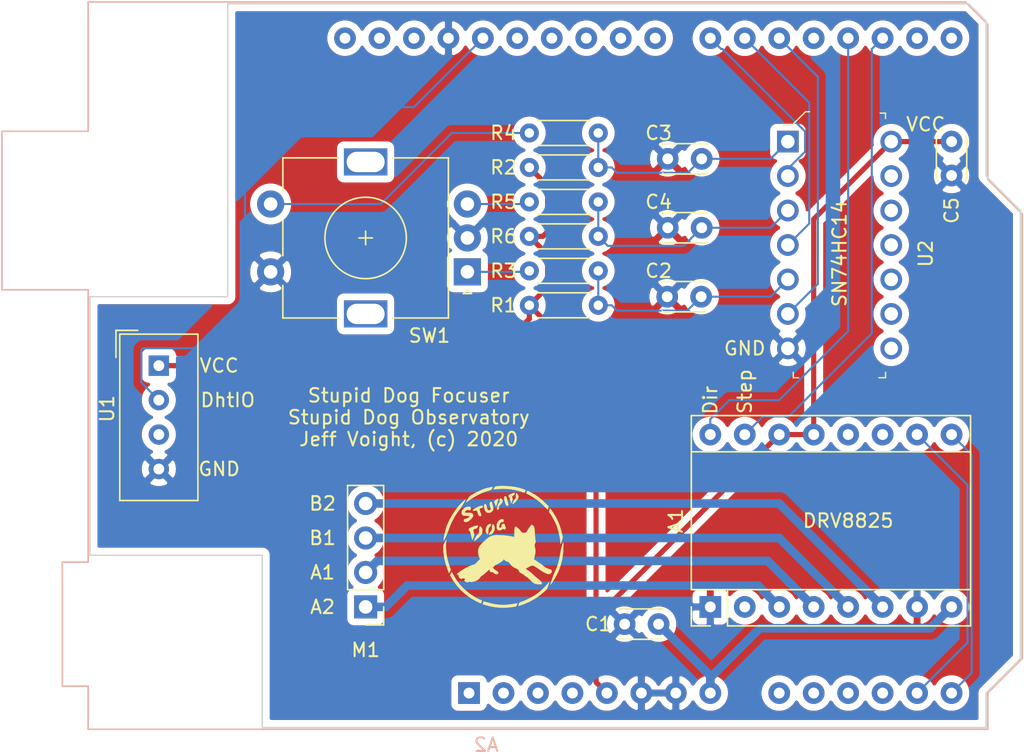
<source format=kicad_pcb>
(kicad_pcb (version 20171130) (host pcbnew "(5.1.5)-3")
  (title_block (title "Stupid Dog Focuser") (date 2020-02-16) (rev 1) (company "Stupid Dog Observatory") (comment 1 "Jeff Voight") (comment 2 "Copyright, 2020"))
  (layers (0 F.Cu signal) (31 B.Cu signal) (34 B.Paste user) (35 F.Paste user) (36 B.SilkS user) (37 F.SilkS user) (38 B.Mask user) (39 F.Mask user) (44 Edge.Cuts user))
  (net 0 "")
  (net 1 GND)
  (net 2 DHT)
  (net 3 VDD)
  (net 4 HalfStep)
  (net 5 SW_A)
  (net 6 ENCB_A)
  (net 7 VCC)
  (net 8 ENCA_A)
  (net 9 ~Enable)
  (net 10 Dir)
  (net 11 Step)
  (net 12 B2)
  (net 13 B1)
  (net 14 A1)
  (net 15 A2)
  (net 16 ENC_A)
  (net 17 SW)
  (net 18 ENC_B)
  (net 19 "Net-(R3-Pad2)")
  (net 20 "Net-(R4-Pad2)")
  (net 21 "Net-(R5-Pad1)")
  (module kicad_logo:Stupid_dog_logo_small (layer F.Cu) (at 125.73 97.155)
    (fp_text reference G*** hide)
    (fp_text value LOGO hide)
  )
  (module Module:Arduino_UNO_R3 (layer B.Cu) (at 123.19 107.95)
    (fp_text reference A2 (at 1.27 3.81 -180) (layer B.SilkS) (effects (justify mirror)))
    (fp_text value Arduino_UNO_R3)
    (pad 16 thru_hole oval (at 33.02 -48.26 270) (size 1.6 1.6) (drill 0.8) (layers *.Cu *.Mask))
    (pad 15 thru_hole oval (at 35.56 -48.26 270) (size 1.6 1.6) (drill 0.8) (layers *.Cu *.Mask))
    (pad 30 thru_hole oval (at -4.06 -48.26 270) (size 1.6 1.6) (drill 0.8) (layers *.Cu *.Mask))
    (pad 14 thru_hole oval (at 35.56 0 270) (size 1.6 1.6) (drill 0.8) (layers *.Cu *.Mask) (net 9 ~Enable))
    (pad 29 thru_hole oval (at -1.52 -48.26 270) (size 1.6 1.6) (drill 0.8) (layers *.Cu *.Mask) (net 1 GND))
    (pad 13 thru_hole oval (at 33.02 0 270) (size 1.6 1.6) (drill 0.8) (layers *.Cu *.Mask) (net 4 HalfStep))
    (pad 28 thru_hole oval (at 1.02 -48.26 270) (size 1.6 1.6) (drill 0.8) (layers *.Cu *.Mask) (net 2 DHT))
    (pad 12 thru_hole oval (at 30.48 0 270) (size 1.6 1.6) (drill 0.8) (layers *.Cu *.Mask))
    (pad 27 thru_hole oval (at 3.56 -48.26 270) (size 1.6 1.6) (drill 0.8) (layers *.Cu *.Mask))
    (pad 11 thru_hole oval (at 27.94 0 270) (size 1.6 1.6) (drill 0.8) (layers *.Cu *.Mask))
    (pad 26 thru_hole oval (at 6.1 -48.26 270) (size 1.6 1.6) (drill 0.8) (layers *.Cu *.Mask))
    (pad 10 thru_hole oval (at 25.4 0 270) (size 1.6 1.6) (drill 0.8) (layers *.Cu *.Mask))
    (pad 25 thru_hole oval (at 8.64 -48.26 270) (size 1.6 1.6) (drill 0.8) (layers *.Cu *.Mask))
    (pad 9 thru_hole oval (at 22.86 0 270) (size 1.6 1.6) (drill 0.8) (layers *.Cu *.Mask))
    (pad 24 thru_hole oval (at 11.18 -48.26 270) (size 1.6 1.6) (drill 0.8) (layers *.Cu *.Mask))
    (pad 8 thru_hole oval (at 17.78 0 270) (size 1.6 1.6) (drill 0.8) (layers *.Cu *.Mask) (net 3 VDD))
    (pad 23 thru_hole oval (at 13.72 -48.26 270) (size 1.6 1.6) (drill 0.8) (layers *.Cu *.Mask))
    (pad 7 thru_hole oval (at 15.24 0 270) (size 1.6 1.6) (drill 0.8) (layers *.Cu *.Mask) (net 1 GND))
    (pad 22 thru_hole oval (at 17.78 -48.26 270) (size 1.6 1.6) (drill 0.8) (layers *.Cu *.Mask) (net 5 SW_A))
    (pad 6 thru_hole oval (at 12.7 0 270) (size 1.6 1.6) (drill 0.8) (layers *.Cu *.Mask) (net 1 GND))
    (pad 21 thru_hole oval (at 20.32 -48.26 270) (size 1.6 1.6) (drill 0.8) (layers *.Cu *.Mask) (net 6 ENCB_A))
    (pad 5 thru_hole oval (at 10.16 0 270) (size 1.6 1.6) (drill 0.8) (layers *.Cu *.Mask) (net 7 VCC))
    (pad 20 thru_hole oval (at 22.86 -48.26 270) (size 1.6 1.6) (drill 0.8) (layers *.Cu *.Mask) (net 8 ENCA_A))
    (pad 4 thru_hole oval (at 7.62 0 270) (size 1.6 1.6) (drill 0.8) (layers *.Cu *.Mask))
    (pad 19 thru_hole oval (at 25.4 -48.26 270) (size 1.6 1.6) (drill 0.8) (layers *.Cu *.Mask))
    (pad 3 thru_hole oval (at 5.08 0 270) (size 1.6 1.6) (drill 0.8) (layers *.Cu *.Mask))
    (pad 18 thru_hole oval (at 27.94 -48.26 270) (size 1.6 1.6) (drill 0.8) (layers *.Cu *.Mask) (net 10 Dir))
    (pad 2 thru_hole oval (at 2.54 0 270) (size 1.6 1.6) (drill 0.8) (layers *.Cu *.Mask))
    (pad 17 thru_hole oval (at 30.48 -48.26 270) (size 1.6 1.6) (drill 0.8) (layers *.Cu *.Mask) (net 11 Step))
    (pad 1 thru_hole rect (at 0 0 270) (size 1.6 1.6) (drill 0.8) (layers *.Cu *.Mask))
    (pad 31 thru_hole oval (at -6.6 -48.26 270) (size 1.6 1.6) (drill 0.8) (layers *.Cu *.Mask))
    (pad 32 thru_hole oval (at -9.14 -48.26 270) (size 1.6 1.6) (drill 0.8) (layers *.Cu *.Mask))
  )
  (module digikey-footprints:DIP-14_W3mm (layer F.Cu) (at 146.685 67.31)
    (fp_text reference U2 (at 10.16 8.255 90) (layer F.SilkS))
    (fp_text value SN74HC14N)
    (pad 14 thru_hole circle (at 7.62 0) (size 1.6 1.6) (drill 1) (layers *.Cu *.Mask) (net 7 VCC))
    (pad 13 thru_hole circle (at 7.62 2.54) (size 1.6 1.6) (drill 1) (layers *.Cu *.Mask))
    (pad 12 thru_hole circle (at 7.62 5.08) (size 1.6 1.6) (drill 1) (layers *.Cu *.Mask))
    (pad 11 thru_hole circle (at 7.62 7.62) (size 1.6 1.6) (drill 1) (layers *.Cu *.Mask))
    (pad 10 thru_hole circle (at 7.62 10.16) (size 1.6 1.6) (drill 1) (layers *.Cu *.Mask))
    (pad 9 thru_hole circle (at 7.62 12.7) (size 1.6 1.6) (drill 1) (layers *.Cu *.Mask))
    (pad 8 thru_hole circle (at 7.62 15.24) (size 1.6 1.6) (drill 1) (layers *.Cu *.Mask))
    (pad 7 thru_hole circle (at 0 15.24) (size 1.6 1.6) (drill 1) (layers *.Cu *.Mask) (net 1 GND))
    (pad 6 thru_hole circle (at 0 12.7) (size 1.6 1.6) (drill 1) (layers *.Cu *.Mask) (net 8 ENCA_A))
    (pad 5 thru_hole circle (at 0 10.16) (size 1.6 1.6) (drill 1) (layers *.Cu *.Mask) (net 16 ENC_A))
    (pad 4 thru_hole circle (at 0 7.62) (size 1.6 1.6) (drill 1) (layers *.Cu *.Mask) (net 6 ENCB_A))
    (pad 3 thru_hole circle (at 0 5.08) (size 1.6 1.6) (drill 1) (layers *.Cu *.Mask) (net 18 ENC_B))
    (pad 2 thru_hole circle (at 0 2.54) (size 1.6 1.6) (drill 1) (layers *.Cu *.Mask) (net 5 SW_A))
    (pad 1 thru_hole rect (at 0 0) (size 1.6 1.6) (drill 1) (layers *.Cu *.Mask) (net 17 SW))
  )
  (module Sensor:Aosong_DHT11_5.5x12.0_P2.54mm (layer F.Cu) (at 100.33 83.82)
    (fp_text reference U1 (at -3.81 3.175 90) (layer F.SilkS))
    (fp_text value DHT11)
    (pad 4 thru_hole circle (at 0 7.62) (size 1.5 1.5) (drill 0.8) (layers *.Cu *.Mask) (net 1 GND))
    (pad 3 thru_hole circle (at 0 5.08) (size 1.5 1.5) (drill 0.8) (layers *.Cu *.Mask))
    (pad 2 thru_hole circle (at 0 2.54) (size 1.5 1.5) (drill 0.8) (layers *.Cu *.Mask) (net 2 DHT))
    (pad 1 thru_hole rect (at 0 0) (size 1.5 1.5) (drill 0.8) (layers *.Cu *.Mask) (net 7 VCC))
  )
  (module Rotary_Encoder:RotaryEncoder_Alps_EC11E-Switch_Vertical_H20mm (layer F.Cu) (at 123.07 76.91 180)
    (fp_text reference SW1 (at 2.8 -4.7) (layer F.SilkS))
    (fp_text value Rotary_Encoder_Switch)
    (pad A thru_hole rect (at 0 0 180) (size 2 2) (drill 1) (layers *.Cu *.Mask) (net 19 "Net-(R3-Pad2)"))
    (pad C thru_hole circle (at 0 2.5 180) (size 2 2) (drill 1) (layers *.Cu *.Mask) (net 1 GND))
    (pad B thru_hole circle (at 0 5 180) (size 2 2) (drill 1) (layers *.Cu *.Mask) (net 21 "Net-(R5-Pad1)"))
    (pad MP thru_hole rect (at 7.5 -3.1 180) (size 3.2 2) (drill oval 2.8 1.5) (layers *.Cu *.Mask))
    (pad MP thru_hole rect (at 7.5 8.1 180) (size 3.2 2) (drill oval 2.8 1.5) (layers *.Cu *.Mask))
    (pad S2 thru_hole circle (at 14.5 0 180) (size 2 2) (drill 1) (layers *.Cu *.Mask) (net 1 GND))
    (pad S1 thru_hole circle (at 14.5 5 180) (size 2 2) (drill 1) (layers *.Cu *.Mask) (net 20 "Net-(R4-Pad2)"))
  )
  (module Resistor_THT:R_Axial_DIN0204_L3.6mm_D1.6mm_P5.08mm_Horizontal (layer F.Cu) (at 132.715 74.295 180)
    (fp_text reference R6 (at 6.985 0) (layer F.SilkS))
    (fp_text value 1k)
    (pad 2 thru_hole oval (at 5.08 0 180) (size 1.4 1.4) (drill 0.7) (layers *.Cu *.Mask) (net 7 VCC))
    (pad 1 thru_hole circle (at 0 0 180) (size 1.4 1.4) (drill 0.7) (layers *.Cu *.Mask) (net 18 ENC_B))
  )
  (module Resistor_THT:R_Axial_DIN0204_L3.6mm_D1.6mm_P5.08mm_Horizontal (layer F.Cu) (at 127.635 71.755)
    (fp_text reference R5 (at -1.905 0) (layer F.SilkS))
    (fp_text value 1k)
    (pad 2 thru_hole oval (at 5.08 0) (size 1.4 1.4) (drill 0.7) (layers *.Cu *.Mask) (net 18 ENC_B))
    (pad 1 thru_hole circle (at 0 0) (size 1.4 1.4) (drill 0.7) (layers *.Cu *.Mask) (net 21 "Net-(R5-Pad1)"))
  )
  (module Resistor_THT:R_Axial_DIN0204_L3.6mm_D1.6mm_P5.08mm_Horizontal (layer F.Cu) (at 132.715 66.675 180)
    (fp_text reference R4 (at 6.985 0) (layer F.SilkS))
    (fp_text value 1k)
    (pad 2 thru_hole oval (at 5.08 0 180) (size 1.4 1.4) (drill 0.7) (layers *.Cu *.Mask) (net 20 "Net-(R4-Pad2)"))
    (pad 1 thru_hole circle (at 0 0 180) (size 1.4 1.4) (drill 0.7) (layers *.Cu *.Mask) (net 17 SW))
  )
  (module Resistor_THT:R_Axial_DIN0204_L3.6mm_D1.6mm_P5.08mm_Horizontal (layer F.Cu) (at 132.715 76.835 180)
    (fp_text reference R3 (at 6.985 0) (layer F.SilkS))
    (fp_text value 1k)
    (pad 2 thru_hole oval (at 5.08 0 180) (size 1.4 1.4) (drill 0.7) (layers *.Cu *.Mask) (net 19 "Net-(R3-Pad2)"))
    (pad 1 thru_hole circle (at 0 0 180) (size 1.4 1.4) (drill 0.7) (layers *.Cu *.Mask) (net 16 ENC_A))
  )
  (module Resistor_THT:R_Axial_DIN0204_L3.6mm_D1.6mm_P5.08mm_Horizontal (layer F.Cu) (at 127.635 69.215)
    (fp_text reference R2 (at -1.905 0) (layer F.SilkS))
    (fp_text value 1k)
    (pad 2 thru_hole oval (at 5.08 0) (size 1.4 1.4) (drill 0.7) (layers *.Cu *.Mask) (net 17 SW))
    (pad 1 thru_hole circle (at 0 0) (size 1.4 1.4) (drill 0.7) (layers *.Cu *.Mask) (net 7 VCC))
  )
  (module Resistor_THT:R_Axial_DIN0204_L3.6mm_D1.6mm_P5.08mm_Horizontal (layer F.Cu) (at 127.635 79.375)
    (fp_text reference R1 (at -1.905 0) (layer F.SilkS))
    (fp_text value 1k)
    (pad 2 thru_hole oval (at 5.08 0) (size 1.4 1.4) (drill 0.7) (layers *.Cu *.Mask) (net 16 ENC_A))
    (pad 1 thru_hole circle (at 0 0) (size 1.4 1.4) (drill 0.7) (layers *.Cu *.Mask) (net 7 VCC))
  )
  (module Connector_PinHeader_2.54mm:PinHeader_1x04_P2.54mm_Vertical (layer F.Cu) (at 115.57 101.6 180)
    (fp_text reference M1 (at 0 -3.175) (layer F.SilkS))
    (fp_text value Stepper_Motor_bipolar)
    (pad 4 thru_hole oval (at 0 7.62 180) (size 1.7 1.7) (drill 1) (layers *.Cu *.Mask) (net 12 B2))
    (pad 3 thru_hole oval (at 0 5.08 180) (size 1.7 1.7) (drill 1) (layers *.Cu *.Mask) (net 13 B1))
    (pad 2 thru_hole oval (at 0 2.54 180) (size 1.7 1.7) (drill 1) (layers *.Cu *.Mask) (net 14 A1))
    (pad 1 thru_hole rect (at 0 0 180) (size 1.7 1.7) (drill 1) (layers *.Cu *.Mask) (net 15 A2))
  )
  (module Capacitor_THT:C_Disc_D3.0mm_W2.0mm_P2.50mm (layer F.Cu) (at 158.75 67.31 270)
    (fp_text reference C5 (at 5.08 0 90) (layer F.SilkS))
    (fp_text value 4.7uF)
    (pad 2 thru_hole circle (at 2.5 0 270) (size 1.6 1.6) (drill 0.8) (layers *.Cu *.Mask) (net 1 GND))
    (pad 1 thru_hole circle (at 0 0 270) (size 1.6 1.6) (drill 0.8) (layers *.Cu *.Mask) (net 7 VCC))
  )
  (module Capacitor_THT:C_Disc_D3.0mm_W2.0mm_P2.50mm (layer F.Cu) (at 137.835 73.66)
    (fp_text reference C4 (at -0.675 -1.905) (layer F.SilkS))
    (fp_text value 4.7uF)
    (pad 2 thru_hole circle (at 2.5 0) (size 1.6 1.6) (drill 0.8) (layers *.Cu *.Mask) (net 18 ENC_B))
    (pad 1 thru_hole circle (at 0 0) (size 1.6 1.6) (drill 0.8) (layers *.Cu *.Mask) (net 1 GND))
  )
  (module Capacitor_THT:C_Disc_D3.0mm_W2.0mm_P2.50mm (layer F.Cu) (at 140.335 68.58 180)
    (fp_text reference C3 (at 3.175 1.905) (layer F.SilkS))
    (fp_text value 4.7uF)
    (pad 2 thru_hole circle (at 2.5 0 180) (size 1.6 1.6) (drill 0.8) (layers *.Cu *.Mask) (net 1 GND))
    (pad 1 thru_hole circle (at 0 0 180) (size 1.6 1.6) (drill 0.8) (layers *.Cu *.Mask) (net 17 SW))
  )
  (module Capacitor_THT:C_Disc_D3.0mm_W2.0mm_P2.50mm (layer F.Cu) (at 140.295 78.74 180)
    (fp_text reference C2 (at 3.135 1.905) (layer F.SilkS))
    (fp_text value 4.7uF)
    (pad 2 thru_hole circle (at 2.5 0 180) (size 1.6 1.6) (drill 0.8) (layers *.Cu *.Mask) (net 1 GND))
    (pad 1 thru_hole circle (at 0 0 180) (size 1.6 1.6) (drill 0.8) (layers *.Cu *.Mask) (net 16 ENC_A))
  )
  (module Capacitor_THT:C_Disc_D3.0mm_W2.0mm_P2.50mm (layer F.Cu) (at 134.66 102.87)
    (fp_text reference C1 (at -1.945 0) (layer F.SilkS))
    (fp_text value 4.7uF)
    (pad 2 thru_hole circle (at 2.5 0) (size 1.6 1.6) (drill 0.8) (layers *.Cu *.Mask) (net 3 VDD))
    (pad 1 thru_hole circle (at 0 0) (size 1.6 1.6) (drill 0.8) (layers *.Cu *.Mask) (net 1 GND))
  )
  (module Module:Pololu_Breakout-16_15.2x20.3mm (layer F.Cu) (at 140.97 101.6 90)
    (fp_text reference A1 (at 6.35 -2.54 90) (layer F.SilkS))
    (fp_text value Pololu_Breakout_DRV8825)
    (pad 16 thru_hole oval (at 12.7 0 90) (size 1.6 1.6) (drill 0.8) (layers *.Cu *.Mask) (net 10 Dir))
    (pad 8 thru_hole oval (at 0 17.78 90) (size 1.6 1.6) (drill 0.8) (layers *.Cu *.Mask) (net 3 VDD))
    (pad 15 thru_hole oval (at 12.7 2.54 90) (size 1.6 1.6) (drill 0.8) (layers *.Cu *.Mask) (net 11 Step))
    (pad 7 thru_hole oval (at 0 15.24 90) (size 1.6 1.6) (drill 0.8) (layers *.Cu *.Mask) (net 1 GND))
    (pad 14 thru_hole oval (at 12.7 5.08 90) (size 1.6 1.6) (drill 0.8) (layers *.Cu *.Mask) (net 7 VCC))
    (pad 6 thru_hole oval (at 0 12.7 90) (size 1.6 1.6) (drill 0.8) (layers *.Cu *.Mask) (net 12 B2))
    (pad 13 thru_hole oval (at 12.7 7.62 90) (size 1.6 1.6) (drill 0.8) (layers *.Cu *.Mask) (net 7 VCC))
    (pad 5 thru_hole oval (at 0 10.16 90) (size 1.6 1.6) (drill 0.8) (layers *.Cu *.Mask) (net 13 B1))
    (pad 12 thru_hole oval (at 12.7 10.16 90) (size 1.6 1.6) (drill 0.8) (layers *.Cu *.Mask))
    (pad 4 thru_hole oval (at 0 7.62 90) (size 1.6 1.6) (drill 0.8) (layers *.Cu *.Mask) (net 14 A1))
    (pad 11 thru_hole oval (at 12.7 12.7 90) (size 1.6 1.6) (drill 0.8) (layers *.Cu *.Mask))
    (pad 3 thru_hole oval (at 0 5.08 90) (size 1.6 1.6) (drill 0.8) (layers *.Cu *.Mask) (net 15 A2))
    (pad 10 thru_hole oval (at 12.7 15.24 90) (size 1.6 1.6) (drill 0.8) (layers *.Cu *.Mask) (net 4 HalfStep))
    (pad 2 thru_hole oval (at 0 2.54 90) (size 1.6 1.6) (drill 0.8) (layers *.Cu *.Mask))
    (pad 9 thru_hole oval (at 12.7 17.78 90) (size 1.6 1.6) (drill 0.8) (layers *.Cu *.Mask) (net 9 ~Enable))
    (pad 1 thru_hole rect (at 0 0 90) (size 1.6 1.6) (drill 0.8) (layers *.Cu *.Mask) (net 1 GND))
  )
  (gr_text DhtIO (at 105.41 86.36) (layer F.SilkS) (effects (font (size 1 1))))
  (gr_text Step (at 143.51 85.725 90) (layer F.SilkS) (effects (font (size 1 1))))
  (gr_text Dir (at 140.97 86.36 90) (layer F.SilkS) (effects (font (size 1 1))))
  (gr_text GND (at 143.51 82.55) (layer F.SilkS) (effects (font (size 1 1))))
  (gr_text VCC (at 156.845 66.04) (layer F.SilkS) (effects (font (size 1 1))))
  (gr_text SN74HC14 (at 150.495 75.565 90) (layer F.SilkS) (effects (font (size 1 1))))
  (gr_text DRV8825 (at 151.13 95.25) (layer F.SilkS) (effects (font (size 1 1))))
  (gr_text "Stupid Dog Focuser\nStupid Dog Observatory\nJeff Voight, (c) 2020" (at 118.745 87.63) (layer F.SilkS) (effects (font (size 1 1))))
  (gr_text A2 (at 112.395 101.6) (layer F.SilkS) (effects (font (size 1 1))))
  (gr_text B2 (at 112.395 93.98) (layer F.SilkS) (effects (font (size 1 1))))
  (gr_text B1 (at 112.395 96.52) (layer F.SilkS) (effects (font (size 1 1))))
  (gr_text A1 (at 112.395 99.06) (layer F.SilkS) (effects (font (size 1 1))))
  (gr_text VCC (at 104.775 83.82) (layer F.SilkS) (effects (font (size 1 1))))
  (gr_text GND (at 104.775 91.44) (layer F.SilkS) (effects (font (size 1 1))))
  (gr_line (start 160.02 57.15) (end 161.29 58.42) (layer Edge.Cuts) (width 0.1))
  (gr_line (start 105.41 57.15) (end 160.02 57.15) (layer Edge.Cuts) (width 0.1))
  (gr_line (start 105.41 78.74) (end 105.41 57.15) (layer Edge.Cuts) (width 0.1))
  (gr_line (start 95.25 78.74) (end 105.41 78.74) (layer Edge.Cuts) (width 0.1))
  (gr_line (start 95.25 97.79) (end 95.25 78.74) (layer Edge.Cuts) (width 0.1))
  (gr_line (start 107.95 97.79) (end 95.25 97.79) (layer Edge.Cuts) (width 0.1))
  (gr_line (start 107.95 110.49) (end 107.95 97.79) (layer Edge.Cuts) (width 0.1))
  (gr_line (start 161.29 110.49) (end 107.95 110.49) (layer Edge.Cuts) (width 0.1))
  (gr_line (start 161.29 107.95) (end 161.29 110.49) (layer Edge.Cuts) (width 0.1))
  (gr_line (start 163.83 105.41) (end 161.29 107.95) (layer Edge.Cuts) (width 0.1))
  (gr_line (start 163.83 72.39) (end 163.83 105.41) (layer Edge.Cuts) (width 0.1))
  (gr_line (start 161.29 69.85) (end 163.83 72.39) (layer Edge.Cuts) (width 0.1))
  (gr_line (start 161.29 58.42) (end 161.29 69.85) (layer Edge.Cuts) (width 0.1))
  (segment (start 99.580001 85.610001) (end 100.33 86.36) (width 0.1524) (layer B.Cu) (net 2))
  (segment (start 99.153279 82.536599) (end 99.046599 82.643279) (width 0.1524) (layer B.Cu) (net 2))
  (segment (start 119.13 64.77) (end 111.238335 64.77) (width 0.1524) (layer B.Cu) (net 2))
  (segment (start 99.046599 85.076599) (end 99.580001 85.610001) (width 0.1524) (layer B.Cu) (net 2))
  (segment (start 103.518401 82.536599) (end 99.153279 82.536599) (width 0.1524) (layer B.Cu) (net 2))
  (segment (start 124.21 59.69) (end 119.13 64.77) (width 0.1524) (layer B.Cu) (net 2))
  (segment (start 99.046599 82.643279) (end 99.046599 85.076599) (width 0.1524) (layer B.Cu) (net 2))
  (segment (start 106.68 79.375) (end 103.518401 82.536599) (width 0.1524) (layer B.Cu) (net 2))
  (segment (start 111.238335 64.77) (end 106.68 69.328335) (width 0.1524) (layer B.Cu) (net 2))
  (segment (start 106.68 69.328335) (end 106.68 79.375) (width 0.1524) (layer B.Cu) (net 2))
  (segment (start 140.97 106.68) (end 137.16 102.87) (width 0.635) (layer B.Cu) (net 3))
  (segment (start 140.97 107.95) (end 140.97 106.68) (width 0.635) (layer B.Cu) (net 3))
  (segment (start 157.175299 103.174701) (end 157.950001 102.399999) (width 0.635) (layer B.Cu) (net 3))
  (segment (start 157.950001 102.399999) (end 158.75 101.6) (width 0.635) (layer B.Cu) (net 3))
  (segment (start 144.613929 103.174701) (end 157.175299 103.174701) (width 0.635) (layer B.Cu) (net 3))
  (segment (start 140.97 106.81863) (end 144.613929 103.174701) (width 0.635) (layer B.Cu) (net 3))
  (segment (start 140.97 107.95) (end 140.97 106.81863) (width 0.635) (layer B.Cu) (net 3))
  (segment (start 159.931001 92.621001) (end 157.009999 89.699999) (width 0.1524) (layer B.Cu) (net 4))
  (segment (start 157.009999 89.699999) (end 156.21 88.9) (width 0.1524) (layer B.Cu) (net 4))
  (segment (start 159.931001 104.228999) (end 159.931001 92.621001) (width 0.1524) (layer B.Cu) (net 4))
  (segment (start 156.21 107.95) (end 159.931001 104.228999) (width 0.1524) (layer B.Cu) (net 4))
  (segment (start 141.769999 60.489999) (end 140.97 59.69) (width 0.1524) (layer B.Cu) (net 5))
  (segment (start 141.876481 60.489999) (end 141.769999 60.489999) (width 0.1524) (layer B.Cu) (net 5))
  (segment (start 147.955 68.051482) (end 147.955 66.568518) (width 0.1524) (layer B.Cu) (net 5))
  (segment (start 146.685 69.85) (end 146.685 69.321482) (width 0.1524) (layer B.Cu) (net 5))
  (segment (start 146.685 69.321482) (end 147.955 68.051482) (width 0.1524) (layer B.Cu) (net 5))
  (segment (start 147.955 66.568518) (end 141.876481 60.489999) (width 0.1524) (layer B.Cu) (net 5))
  (segment (start 148.259811 64.439811) (end 144.309999 60.489999) (width 0.1524) (layer B.Cu) (net 6))
  (segment (start 144.309999 60.489999) (end 143.51 59.69) (width 0.1524) (layer B.Cu) (net 6))
  (segment (start 146.685 74.93) (end 148.259811 73.355189) (width 0.1524) (layer B.Cu) (net 6))
  (segment (start 148.259811 73.355189) (end 148.259811 64.439811) (width 0.1524) (layer B.Cu) (net 6))
  (segment (start 145.250001 89.699999) (end 146.05 88.9) (width 0.381) (layer F.Cu) (net 7))
  (segment (start 132.550001 102.399999) (end 145.250001 89.699999) (width 0.381) (layer F.Cu) (net 7))
  (segment (start 133.35 107.95) (end 132.550001 107.150001) (width 0.381) (layer F.Cu) (net 7))
  (segment (start 146.05 88.9) (end 148.59 88.9) (width 0.381) (layer F.Cu) (net 7))
  (segment (start 148.59 73.025) (end 154.305 67.31) (width 0.381) (layer F.Cu) (net 7))
  (segment (start 148.59 88.9) (end 148.59 73.025) (width 0.381) (layer F.Cu) (net 7))
  (segment (start 154.305 67.31) (end 158.75 67.31) (width 0.381) (layer F.Cu) (net 7))
  (segment (start 132.550001 84.290001) (end 127.635 79.375) (width 0.381) (layer F.Cu) (net 7))
  (segment (start 132.550001 102.705001) (end 132.550001 84.290001) (width 0.381) (layer F.Cu) (net 7))
  (segment (start 132.550001 107.150001) (end 132.550001 102.705001) (width 0.381) (layer F.Cu) (net 7))
  (segment (start 132.550001 102.705001) (end 132.550001 102.399999) (width 0.381) (layer F.Cu) (net 7))
  (segment (start 128.982701 75.642701) (end 128.334999 74.994999) (width 0.381) (layer F.Cu) (net 7))
  (segment (start 128.982701 78.027299) (end 128.982701 75.642701) (width 0.381) (layer F.Cu) (net 7))
  (segment (start 128.334999 74.994999) (end 127.635 74.295) (width 0.381) (layer F.Cu) (net 7))
  (segment (start 127.635 79.375) (end 128.982701 78.027299) (width 0.381) (layer F.Cu) (net 7))
  (segment (start 128.982701 70.562701) (end 128.334999 69.914999) (width 0.381) (layer F.Cu) (net 7))
  (segment (start 128.982701 73.937248) (end 128.982701 70.562701) (width 0.381) (layer F.Cu) (net 7))
  (segment (start 128.334999 69.914999) (end 127.635 69.215) (width 0.381) (layer F.Cu) (net 7))
  (segment (start 128.624949 74.295) (end 128.982701 73.937248) (width 0.381) (layer F.Cu) (net 7))
  (segment (start 127.635 74.295) (end 128.624949 74.295) (width 0.381) (layer F.Cu) (net 7))
  (segment (start 101.461 83.82) (end 100.33 83.82) (width 0.381) (layer F.Cu) (net 7))
  (segment (start 124.179949 83.82) (end 101.461 83.82) (width 0.381) (layer F.Cu) (net 7))
  (segment (start 127.635 80.364949) (end 124.179949 83.82) (width 0.381) (layer F.Cu) (net 7))
  (segment (start 127.635 79.375) (end 127.635 80.364949) (width 0.381) (layer F.Cu) (net 7))
  (segment (start 148.894809 62.534809) (end 146.849999 60.489999) (width 0.1524) (layer B.Cu) (net 8))
  (segment (start 148.894809 77.800191) (end 148.894809 62.534809) (width 0.1524) (layer B.Cu) (net 8))
  (segment (start 146.685 80.01) (end 148.894809 77.800191) (width 0.1524) (layer B.Cu) (net 8))
  (segment (start 146.849999 60.489999) (end 146.05 59.69) (width 0.1524) (layer B.Cu) (net 8))
  (segment (start 159.549999 89.699999) (end 158.75 88.9) (width 0.1524) (layer B.Cu) (net 9))
  (segment (start 160.235812 90.385812) (end 159.549999 89.699999) (width 0.1524) (layer B.Cu) (net 9))
  (segment (start 160.235812 106.464188) (end 160.235812 90.385812) (width 0.1524) (layer B.Cu) (net 9))
  (segment (start 158.75 107.95) (end 160.235812 106.464188) (width 0.1524) (layer B.Cu) (net 9))
  (segment (start 140.97 87.76863) (end 142.37863 86.36) (width 0.1524) (layer B.Cu) (net 10))
  (segment (start 140.97 88.9) (end 140.97 87.76863) (width 0.1524) (layer B.Cu) (net 10))
  (segment (start 142.37863 86.36) (end 146.05 86.36) (width 0.1524) (layer B.Cu) (net 10))
  (segment (start 151.13 81.28) (end 151.13 59.69) (width 0.1524) (layer B.Cu) (net 10))
  (segment (start 146.05 86.36) (end 151.13 81.28) (width 0.1524) (layer B.Cu) (net 10))
  (segment (start 144.843401 87.566599) (end 146.748401 87.566599) (width 0.1524) (layer B.Cu) (net 11))
  (segment (start 143.51 88.9) (end 144.843401 87.566599) (width 0.1524) (layer B.Cu) (net 11))
  (segment (start 152.870001 60.489999) (end 153.67 59.69) (width 0.1524) (layer B.Cu) (net 11))
  (segment (start 152.870001 81.444999) (end 152.870001 60.489999) (width 0.1524) (layer B.Cu) (net 11))
  (segment (start 146.748401 87.566599) (end 152.870001 81.444999) (width 0.1524) (layer B.Cu) (net 11))
  (segment (start 146.05 93.98) (end 153.67 101.6) (width 0.635) (layer B.Cu) (net 12))
  (segment (start 115.57 93.98) (end 146.05 93.98) (width 0.635) (layer B.Cu) (net 12))
  (segment (start 146.05 96.52) (end 151.13 101.6) (width 0.635) (layer B.Cu) (net 13))
  (segment (start 115.57 96.52) (end 146.05 96.52) (width 0.635) (layer B.Cu) (net 13))
  (segment (start 147.790001 100.800001) (end 148.59 101.6) (width 0.635) (layer B.Cu) (net 14))
  (segment (start 145.200001 98.210001) (end 147.790001 100.800001) (width 0.635) (layer B.Cu) (net 14))
  (segment (start 116.419999 98.210001) (end 145.200001 98.210001) (width 0.635) (layer B.Cu) (net 14))
  (segment (start 115.57 99.06) (end 116.419999 98.210001) (width 0.635) (layer B.Cu) (net 14))
  (segment (start 145.250001 100.800001) (end 146.05 101.6) (width 0.635) (layer B.Cu) (net 15))
  (segment (start 144.475299 100.025299) (end 145.250001 100.800001) (width 0.635) (layer B.Cu) (net 15))
  (segment (start 118.629701 100.025299) (end 144.475299 100.025299) (width 0.635) (layer B.Cu) (net 15))
  (segment (start 117.055 101.6) (end 118.629701 100.025299) (width 0.635) (layer B.Cu) (net 15))
  (segment (start 115.57 101.6) (end 117.055 101.6) (width 0.635) (layer B.Cu) (net 15))
  (segment (start 132.715 76.835) (end 132.715 79.375) (width 0.1524) (layer B.Cu) (net 16))
  (segment (start 139.266399 79.768601) (end 139.495001 79.539999) (width 0.1524) (layer B.Cu) (net 16))
  (segment (start 139.495001 79.539999) (end 140.295 78.74) (width 0.1524) (layer B.Cu) (net 16))
  (segment (start 134.09855 79.768601) (end 139.266399 79.768601) (width 0.1524) (layer B.Cu) (net 16))
  (segment (start 133.704949 79.375) (end 134.09855 79.768601) (width 0.1524) (layer B.Cu) (net 16))
  (segment (start 132.715 79.375) (end 133.704949 79.375) (width 0.1524) (layer B.Cu) (net 16))
  (segment (start 145.415 78.74) (end 146.685 77.47) (width 0.1524) (layer B.Cu) (net 16))
  (segment (start 140.295 78.74) (end 145.415 78.74) (width 0.1524) (layer B.Cu) (net 16))
  (segment (start 132.715 66.675) (end 132.715 69.215) (width 0.1524) (layer B.Cu) (net 17))
  (segment (start 139.306399 69.608601) (end 139.535001 69.379999) (width 0.1524) (layer B.Cu) (net 17))
  (segment (start 134.09855 69.608601) (end 139.306399 69.608601) (width 0.1524) (layer B.Cu) (net 17))
  (segment (start 133.704949 69.215) (end 134.09855 69.608601) (width 0.1524) (layer B.Cu) (net 17))
  (segment (start 139.535001 69.379999) (end 140.335 68.58) (width 0.1524) (layer B.Cu) (net 17))
  (segment (start 132.715 69.215) (end 133.704949 69.215) (width 0.1524) (layer B.Cu) (net 17))
  (segment (start 140.335 68.58) (end 145.415 68.58) (width 0.1524) (layer B.Cu) (net 17))
  (segment (start 145.415 68.58) (end 146.685 67.31) (width 0.1524) (layer B.Cu) (net 17))
  (segment (start 132.715 71.755) (end 132.715 74.295) (width 0.1524) (layer B.Cu) (net 18))
  (segment (start 133.414999 74.994999) (end 139.000001 74.994999) (width 0.1524) (layer B.Cu) (net 18))
  (segment (start 139.535001 74.459999) (end 140.335 73.66) (width 0.1524) (layer B.Cu) (net 18))
  (segment (start 139.000001 74.994999) (end 139.535001 74.459999) (width 0.1524) (layer B.Cu) (net 18))
  (segment (start 132.715 74.295) (end 133.414999 74.994999) (width 0.1524) (layer B.Cu) (net 18))
  (segment (start 145.415 73.66) (end 146.685 72.39) (width 0.1524) (layer B.Cu) (net 18))
  (segment (start 140.335 73.66) (end 145.415 73.66) (width 0.1524) (layer B.Cu) (net 18))
  (segment (start 127.56 76.91) (end 127.635 76.835) (width 0.1524) (layer B.Cu) (net 19))
  (segment (start 123.07 76.91) (end 127.56 76.91) (width 0.1524) (layer B.Cu) (net 19))
  (segment (start 108.57 71.91) (end 116.685 71.91) (width 0.1524) (layer B.Cu) (net 20))
  (segment (start 121.92 66.675) (end 127.635 66.675) (width 0.1524) (layer B.Cu) (net 20))
  (segment (start 116.685 71.91) (end 121.92 66.675) (width 0.1524) (layer B.Cu) (net 20))
  (segment (start 127.48 71.91) (end 127.635 71.755) (width 0.1524) (layer B.Cu) (net 21))
  (segment (start 123.07 71.91) (end 127.48 71.91) (width 0.1524) (layer B.Cu) (net 21))
  (zone (net 1) (net_name GND) (layer B.Cu) (connect_pads (clearance 0.508)) (min_thickness 0.254) (fill yes (arc_segments 32) (thermal_gap 0.508) (thermal_bridge_width 0.508))
    (polygon (pts (xy 161.29 58.42) (xy 161.29 70.485) (xy 163.83 73.025) (xy 163.83 105.41) (xy 161.29 107.95) (xy 161.29 110.49) (xy 107.95 110.49) (xy 107.95 97.79) (xy 95.25 97.79) (xy 95.25 78.74) (xy 105.41 78.74) (xy 105.41 57.15) (xy 160.02 57.15)))
  )
  (zone (net 1) (net_name GND) (layer F.Cu) (connect_pads (clearance 0.508)) (min_thickness 0.254) (fill yes (arc_segments 32) (thermal_gap 0.508) (thermal_bridge_width 0.508))
    (polygon (pts (xy 161.29 58.42) (xy 161.29 70.485) (xy 163.83 72.39) (xy 163.83 105.41) (xy 161.29 107.95) (xy 161.29 110.49) (xy 107.95 110.49) (xy 107.95 97.79) (xy 95.25 97.79) (xy 95.25 78.74) (xy 105.41 78.74) (xy 105.41 57.15) (xy 160.02 57.15)))
  )
)
</source>
